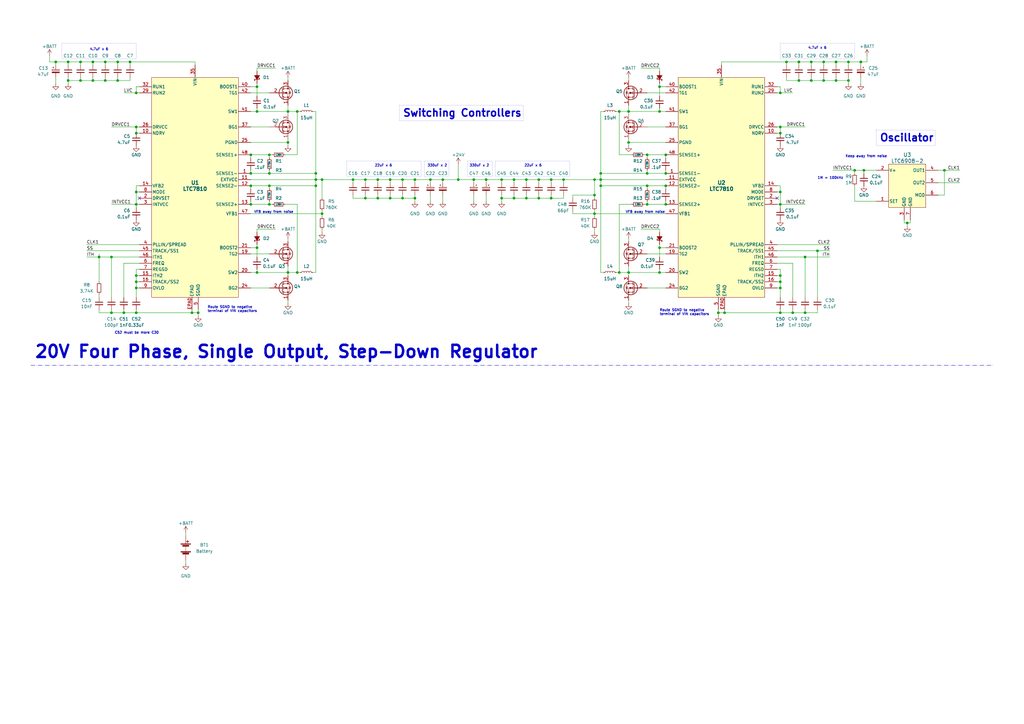
<source format=kicad_sch>
(kicad_sch (version 20230121) (generator eeschema)
  (paper "A3")
  (junction (at 273.05 76.2))
  (junction (at 265.43 63.5))
  (junction (at 102.87 83.82))
  (junction (at 27.94 33.02))
  (junction (at 265.43 76.2))
  (junction (at 246.38 71.12))
  (junction (at 38.1 25.4))
  (junction (at 48.26 33.02))
  (junction (at 257.81 111.76))
  (junction (at 220.98 81.28))
  (junction (at 105.41 101.6))
  (junction (at 55.88 52.07))
  (junction (at 144.78 73.66))
  (junction (at 270.51 45.72))
  (junction (at 43.18 25.4))
  (junction (at 105.41 35.56))
  (junction (at 246.38 76.2))
  (junction (at 81.28 128.27))
  (junction (at 387.35 69.85))
  (junction (at 231.14 73.66))
  (junction (at 270.51 111.76))
  (junction (at 129.54 76.2))
  (junction (at 105.41 45.72))
  (junction (at 325.12 128.27))
  (junction (at 273.05 83.82))
  (junction (at 121.92 111.76))
  (junction (at 322.58 25.4))
  (junction (at 246.38 73.66))
  (junction (at 257.81 45.72))
  (junction (at 160.02 73.66))
  (junction (at 55.88 115.57))
  (junction (at 181.61 73.66))
  (junction (at 265.43 71.12))
  (junction (at 273.05 63.5))
  (junction (at 210.82 81.28))
  (junction (at 118.11 58.42))
  (junction (at 210.82 73.66))
  (junction (at 129.54 71.12))
  (junction (at 332.74 25.4))
  (junction (at 199.39 73.66))
  (junction (at 43.18 33.02))
  (junction (at 154.94 81.28))
  (junction (at 102.87 63.5))
  (junction (at 45.72 105.41))
  (junction (at 33.02 25.4))
  (junction (at 110.49 76.2))
  (junction (at 320.04 52.07))
  (junction (at 194.31 73.66))
  (junction (at 243.84 80.01))
  (junction (at 205.74 81.28))
  (junction (at 165.1 81.28))
  (junction (at 342.9 33.02))
  (junction (at 50.8 128.27))
  (junction (at 165.1 73.66))
  (junction (at 350.52 69.85))
  (junction (at 176.53 73.66))
  (junction (at 55.88 78.74))
  (junction (at 22.86 25.4))
  (junction (at 226.06 81.28))
  (junction (at 132.08 87.63))
  (junction (at 48.26 25.4))
  (junction (at 55.88 128.27))
  (junction (at 154.94 73.66))
  (junction (at 110.49 63.5))
  (junction (at 55.88 38.1))
  (junction (at 132.08 73.66))
  (junction (at 335.28 102.87))
  (junction (at 320.04 128.27))
  (junction (at 254 111.76))
  (junction (at 337.82 25.4))
  (junction (at 327.66 33.02))
  (junction (at 327.66 25.4))
  (junction (at 160.02 81.28))
  (junction (at 226.06 73.66))
  (junction (at 265.43 83.82))
  (junction (at 205.74 73.66))
  (junction (at 110.49 83.82))
  (junction (at 320.04 54.61))
  (junction (at 332.74 33.02))
  (junction (at 53.34 25.4))
  (junction (at 129.54 73.66))
  (junction (at 149.86 73.66))
  (junction (at 337.82 33.02))
  (junction (at 215.9 73.66))
  (junction (at 149.86 81.28))
  (junction (at 110.49 71.12))
  (junction (at 102.87 76.2))
  (junction (at 320.04 118.11))
  (junction (at 294.64 128.27))
  (junction (at 320.04 115.57))
  (junction (at 330.2 128.27))
  (junction (at 270.51 35.56))
  (junction (at 55.88 113.03))
  (junction (at 215.9 81.28))
  (junction (at 243.84 73.66))
  (junction (at 372.11 91.44))
  (junction (at 273.05 71.12))
  (junction (at 118.11 45.72))
  (junction (at 220.98 73.66))
  (junction (at 347.98 33.02))
  (junction (at 27.94 25.4))
  (junction (at 320.04 38.1))
  (junction (at 55.88 83.82))
  (junction (at 105.41 111.76))
  (junction (at 40.64 105.41))
  (junction (at 121.92 45.72))
  (junction (at 38.1 33.02))
  (junction (at 170.18 81.28))
  (junction (at 320.04 78.74))
  (junction (at 102.87 71.12))
  (junction (at 347.98 25.4))
  (junction (at 270.51 101.6))
  (junction (at 170.18 73.66))
  (junction (at 257.81 58.42))
  (junction (at 330.2 105.41))
  (junction (at 55.88 118.11))
  (junction (at 342.9 25.4))
  (junction (at 254 45.72))
  (junction (at 320.04 113.03))
  (junction (at 118.11 111.76))
  (junction (at 45.72 128.27))
  (junction (at 353.06 25.4))
  (junction (at 78.74 128.27))
  (junction (at 297.18 128.27))
  (junction (at 187.96 73.66))
  (junction (at 55.88 54.61))
  (junction (at 33.02 33.02))
  (junction (at 320.04 83.82))
  (junction (at 243.84 87.63))
  (junction (at 354.33 69.85))
  (no_connect (at 318.77 81.28))
  (no_connect (at 57.15 81.28))
  (wire (pts (xy 234.95 81.28) (xy 234.95 80.01)))
  (wire (pts (xy 57.15 107.95) (xy 50.8 107.95)))
  (wire (pts (xy 270.51 45.72) (xy 270.51 44.45)))
  (wire (pts (xy 318.77 105.41) (xy 330.2 105.41)))
  (wire (pts (xy 50.8 127) (xy 50.8 128.27)))
  (wire (pts (xy 297.18 128.27) (xy 294.64 128.27)))
  (wire (pts (xy 270.51 110.49) (xy 270.51 111.76)))
  (wire (pts (xy 215.9 73.66) (xy 210.82 73.66)))
  (wire (pts (xy 102.87 58.42) (xy 118.11 58.42)))
  (wire (pts (xy 53.34 33.02) (xy 53.34 31.75)))
  (wire (pts (xy 295.91 25.4) (xy 322.58 25.4)))
  (wire (pts (xy 199.39 73.66) (xy 194.31 73.66)))
  (wire (pts (xy 270.51 35.56) (xy 270.51 34.29)))
  (wire (pts (xy 210.82 80.01) (xy 210.82 81.28)))
  (wire (pts (xy 102.87 83.82) (xy 102.87 82.55)))
  (wire (pts (xy 35.56 102.87) (xy 57.15 102.87)))
  (wire (pts (xy 27.94 31.75) (xy 27.94 33.02)))
  (wire (pts (xy 76.2 218.44) (xy 76.2 219.71)))
  (wire (pts (xy 105.41 45.72) (xy 105.41 44.45)))
  (wire (pts (xy 176.53 73.66) (xy 176.53 74.93)))
  (wire (pts (xy 57.15 54.61) (xy 55.88 54.61)))
  (wire (pts (xy 243.84 93.98) (xy 243.84 95.25)))
  (wire (pts (xy 53.34 25.4) (xy 80.01 25.4)))
  (wire (pts (xy 332.74 25.4) (xy 327.66 25.4)))
  (wire (pts (xy 327.66 25.4) (xy 322.58 25.4)))
  (wire (pts (xy 273.05 35.56) (xy 270.51 35.56)))
  (wire (pts (xy 257.81 45.72) (xy 254 45.72)))
  (wire (pts (xy 170.18 81.28) (xy 165.1 81.28)))
  (wire (pts (xy 246.38 45.72) (xy 246.38 71.12)))
  (wire (pts (xy 337.82 25.4) (xy 332.74 25.4)))
  (wire (pts (xy 257.81 109.22) (xy 257.81 111.76)))
  (wire (pts (xy 318.77 78.74) (xy 320.04 78.74)))
  (wire (pts (xy 215.9 73.66) (xy 215.9 74.93)))
  (wire (pts (xy 257.81 31.75) (xy 257.81 33.02)))
  (wire (pts (xy 273.05 101.6) (xy 270.51 101.6)))
  (wire (pts (xy 132.08 73.66) (xy 144.78 73.66)))
  (wire (pts (xy 372.11 91.44) (xy 373.38 91.44)))
  (wire (pts (xy 144.78 73.66) (xy 144.78 74.93)))
  (wire (pts (xy 118.11 109.22) (xy 118.11 111.76)))
  (wire (pts (xy 340.36 102.87) (xy 335.28 102.87)))
  (wire (pts (xy 105.41 110.49) (xy 105.41 111.76)))
  (wire (pts (xy 226.06 73.66) (xy 226.06 74.93)))
  (wire (pts (xy 205.74 74.93) (xy 205.74 73.66)))
  (wire (pts (xy 273.05 76.2) (xy 273.05 77.47)))
  (wire (pts (xy 220.98 81.28) (xy 226.06 81.28)))
  (wire (pts (xy 154.94 73.66) (xy 160.02 73.66)))
  (wire (pts (xy 181.61 74.93) (xy 181.61 73.66)))
  (wire (pts (xy 40.64 128.27) (xy 45.72 128.27)))
  (wire (pts (xy 353.06 26.67) (xy 353.06 25.4)))
  (wire (pts (xy 22.86 25.4) (xy 27.94 25.4)))
  (wire (pts (xy 102.87 76.2) (xy 102.87 77.47)))
  (wire (pts (xy 105.41 35.56) (xy 105.41 39.37)))
  (wire (pts (xy 48.26 25.4) (xy 48.26 26.67)))
  (wire (pts (xy 55.88 128.27) (xy 55.88 127)))
  (wire (pts (xy 220.98 80.01) (xy 220.98 81.28)))
  (wire (pts (xy 176.53 73.66) (xy 181.61 73.66)))
  (wire (pts (xy 110.49 83.82) (xy 111.76 83.82)))
  (wire (pts (xy 384.81 74.93) (xy 393.7 74.93)))
  (wire (pts (xy 194.31 80.01) (xy 194.31 82.55)))
  (wire (pts (xy 38.1 25.4) (xy 38.1 26.67)))
  (wire (pts (xy 273.05 71.12) (xy 273.05 69.85)))
  (wire (pts (xy 181.61 80.01) (xy 181.61 82.55)))
  (wire (pts (xy 320.04 38.1) (xy 325.12 38.1)))
  (wire (pts (xy 347.98 33.02) (xy 342.9 33.02)))
  (wire (pts (xy 102.87 104.14) (xy 110.49 104.14)))
  (wire (pts (xy 342.9 26.67) (xy 342.9 25.4)))
  (wire (pts (xy 55.88 113.03) (xy 57.15 113.03)))
  (wire (pts (xy 55.88 118.11) (xy 57.15 118.11)))
  (wire (pts (xy 121.92 63.5) (xy 121.92 45.72)))
  (wire (pts (xy 20.32 22.86) (xy 20.32 25.4)))
  (wire (pts (xy 265.43 63.5) (xy 273.05 63.5)))
  (wire (pts (xy 102.87 83.82) (xy 110.49 83.82)))
  (wire (pts (xy 45.72 105.41) (xy 57.15 105.41)))
  (wire (pts (xy 132.08 73.66) (xy 129.54 73.66)))
  (wire (pts (xy 40.64 120.65) (xy 40.64 121.92)))
  (wire (pts (xy 257.81 111.76) (xy 254 111.76)))
  (wire (pts (xy 215.9 81.28) (xy 220.98 81.28)))
  (wire (pts (xy 110.49 69.85) (xy 110.49 71.12)))
  (wire (pts (xy 270.51 111.76) (xy 257.81 111.76)))
  (wire (pts (xy 129.54 45.72) (xy 129.54 71.12)))
  (wire (pts (xy 247.65 111.76) (xy 246.38 111.76)))
  (wire (pts (xy 129.54 71.12) (xy 129.54 73.66)))
  (wire (pts (xy 384.81 69.85) (xy 387.35 69.85)))
  (wire (pts (xy 102.87 111.76) (xy 105.41 111.76)))
  (wire (pts (xy 45.72 83.82) (xy 55.88 83.82)))
  (wire (pts (xy 297.18 127) (xy 297.18 128.27)))
  (wire (pts (xy 27.94 26.67) (xy 27.94 25.4)))
  (wire (pts (xy 320.04 110.49) (xy 318.77 110.49)))
  (wire (pts (xy 273.05 52.07) (xy 265.43 52.07)))
  (wire (pts (xy 118.11 58.42) (xy 118.11 59.69)))
  (wire (pts (xy 128.27 111.76) (xy 129.54 111.76)))
  (wire (pts (xy 234.95 87.63) (xy 234.95 86.36)))
  (wire (pts (xy 320.04 85.09) (xy 320.04 83.82)))
  (wire (pts (xy 226.06 73.66) (xy 220.98 73.66)))
  (wire (pts (xy 110.49 82.55) (xy 110.49 83.82)))
  (wire (pts (xy 210.82 73.66) (xy 205.74 73.66)))
  (wire (pts (xy 350.52 82.55) (xy 350.52 76.2)))
  (wire (pts (xy 270.51 45.72) (xy 257.81 45.72)))
  (wire (pts (xy 105.41 101.6) (xy 105.41 100.33)))
  (wire (pts (xy 246.38 73.66) (xy 273.05 73.66)))
  (wire (pts (xy 102.87 87.63) (xy 132.08 87.63)))
  (wire (pts (xy 43.18 25.4) (xy 48.26 25.4)))
  (wire (pts (xy 332.74 31.75) (xy 332.74 33.02)))
  (wire (pts (xy 320.04 76.2) (xy 320.04 78.74)))
  (wire (pts (xy 129.54 45.72) (xy 128.27 45.72)))
  (wire (pts (xy 320.04 115.57) (xy 320.04 113.03)))
  (wire (pts (xy 264.16 83.82) (xy 265.43 83.82)))
  (wire (pts (xy 273.05 38.1) (xy 265.43 38.1)))
  (wire (pts (xy 246.38 73.66) (xy 246.38 76.2)))
  (wire (pts (xy 226.06 81.28) (xy 231.14 81.28)))
  (wire (pts (xy 35.56 100.33) (xy 57.15 100.33)))
  (wire (pts (xy 270.51 35.56) (xy 270.51 39.37)))
  (wire (pts (xy 322.58 25.4) (xy 322.58 26.67)))
  (wire (pts (xy 149.86 73.66) (xy 149.86 74.93)))
  (wire (pts (xy 257.81 57.15) (xy 257.81 58.42)))
  (wire (pts (xy 118.11 57.15) (xy 118.11 58.42)))
  (wire (pts (xy 187.96 67.31) (xy 187.96 73.66)))
  (wire (pts (xy 55.88 54.61) (xy 55.88 52.07)))
  (wire (pts (xy 335.28 127) (xy 335.28 128.27)))
  (wire (pts (xy 205.74 81.28) (xy 205.74 82.55)))
  (wire (pts (xy 265.43 83.82) (xy 273.05 83.82)))
  (wire (pts (xy 270.51 101.6) (xy 270.51 105.41)))
  (wire (pts (xy 57.15 78.74) (xy 55.88 78.74)))
  (wire (pts (xy 234.95 87.63) (xy 243.84 87.63)))
  (wire (pts (xy 102.87 101.6) (xy 105.41 101.6)))
  (wire (pts (xy 327.66 31.75) (xy 327.66 33.02)))
  (wire (pts (xy 341.63 69.85) (xy 350.52 69.85)))
  (wire (pts (xy 105.41 111.76) (xy 118.11 111.76)))
  (wire (pts (xy 102.87 38.1) (xy 110.49 38.1)))
  (wire (pts (xy 320.04 128.27) (xy 325.12 128.27)))
  (wire (pts (xy 262.89 93.98) (xy 270.51 93.98)))
  (wire (pts (xy 254 111.76) (xy 252.73 111.76)))
  (wire (pts (xy 320.04 113.03) (xy 320.04 110.49)))
  (wire (pts (xy 295.91 26.67) (xy 295.91 25.4)))
  (wire (pts (xy 257.81 43.18) (xy 257.81 45.72)))
  (wire (pts (xy 254 45.72) (xy 252.73 45.72)))
  (wire (pts (xy 33.02 25.4) (xy 38.1 25.4)))
  (wire (pts (xy 105.41 35.56) (xy 105.41 34.29)))
  (wire (pts (xy 205.74 80.01) (xy 205.74 81.28)))
  (wire (pts (xy 210.82 73.66) (xy 210.82 74.93)))
  (wire (pts (xy 257.81 58.42) (xy 257.81 59.69)))
  (wire (pts (xy 102.87 76.2) (xy 110.49 76.2)))
  (wire (pts (xy 359.41 82.55) (xy 350.52 82.55)))
  (wire (pts (xy 154.94 73.66) (xy 154.94 74.93)))
  (wire (pts (xy 53.34 25.4) (xy 53.34 26.67)))
  (wire (pts (xy 55.88 115.57) (xy 57.15 115.57)))
  (wire (pts (xy 318.77 38.1) (xy 320.04 38.1)))
  (wire (pts (xy 110.49 71.12) (xy 102.87 71.12)))
  (wire (pts (xy 102.87 118.11) (xy 110.49 118.11)))
  (wire (pts (xy 38.1 25.4) (xy 43.18 25.4)))
  (wire (pts (xy 121.92 111.76) (xy 123.19 111.76)))
  (wire (pts (xy 325.12 127) (xy 325.12 128.27)))
  (wire (pts (xy 149.86 81.28) (xy 144.78 81.28)))
  (wire (pts (xy 355.6 22.86) (xy 355.6 25.4)))
  (wire (pts (xy 170.18 80.01) (xy 170.18 81.28)))
  (wire (pts (xy 320.04 35.56) (xy 318.77 35.56)))
  (wire (pts (xy 40.64 104.14) (xy 40.64 105.41)))
  (wire (pts (xy 354.33 69.85) (xy 359.41 69.85)))
  (wire (pts (xy 372.11 92.71) (xy 372.11 91.44)))
  (wire (pts (xy 105.41 29.21) (xy 105.41 27.94)))
  (wire (pts (xy 55.88 121.92) (xy 55.88 118.11)))
  (wire (pts (xy 353.06 31.75) (xy 353.06 34.29)))
  (wire (pts (xy 270.51 101.6) (xy 270.51 100.33)))
  (wire (pts (xy 330.2 121.92) (xy 330.2 105.41)))
  (wire (pts (xy 335.28 128.27) (xy 330.2 128.27)))
  (wire (pts (xy 132.08 87.63) (xy 132.08 88.9)))
  (wire (pts (xy 38.1 33.02) (xy 43.18 33.02)))
  (wire (pts (xy 273.05 111.76) (xy 270.51 111.76)))
  (wire (pts (xy 373.38 90.17) (xy 373.38 91.44)))
  (wire (pts (xy 40.64 105.41) (xy 40.64 115.57)))
  (wire (pts (xy 118.11 123.19) (xy 118.11 124.46)))
  (wire (pts (xy 215.9 80.01) (xy 215.9 81.28)))
  (wire (pts (xy 353.06 25.4) (xy 347.98 25.4)))
  (wire (pts (xy 220.98 73.66) (xy 215.9 73.66)))
  (wire (pts (xy 318.77 76.2) (xy 320.04 76.2)))
  (wire (pts (xy 259.08 63.5) (xy 254 63.5)))
  (wire (pts (xy 181.61 73.66) (xy 187.96 73.66)))
  (wire (pts (xy 55.88 85.09) (xy 55.88 83.82)))
  (wire (pts (xy 332.74 25.4) (xy 332.74 26.67)))
  (wire (pts (xy 33.02 33.02) (xy 38.1 33.02)))
  (wire (pts (xy 354.33 69.85) (xy 354.33 71.12)))
  (wire (pts (xy 165.1 81.28) (xy 160.02 81.28)))
  (wire (pts (xy 254 45.72) (xy 254 63.5)))
  (wire (pts (xy 187.96 73.66) (xy 194.31 73.66)))
  (wire (pts (xy 76.2 229.87) (xy 76.2 231.14)))
  (wire (pts (xy 50.8 38.1) (xy 55.88 38.1)))
  (wire (pts (xy 118.11 43.18) (xy 118.11 45.72)))
  (wire (pts (xy 43.18 31.75) (xy 43.18 33.02)))
  (wire (pts (xy 176.53 80.01) (xy 176.53 82.55)))
  (wire (pts (xy 370.84 90.17) (xy 370.84 91.44)))
  (wire (pts (xy 335.28 102.87) (xy 335.28 121.92)))
  (wire (pts (xy 337.82 31.75) (xy 337.82 33.02)))
  (wire (pts (xy 265.43 71.12) (xy 273.05 71.12)))
  (wire (pts (xy 43.18 33.02) (xy 48.26 33.02)))
  (wire (pts (xy 45.72 52.07) (xy 55.88 52.07)))
  (wire (pts (xy 35.56 105.41) (xy 40.64 105.41)))
  (wire (pts (xy 353.06 25.4) (xy 355.6 25.4)))
  (wire (pts (xy 194.31 74.93) (xy 194.31 73.66)))
  (wire (pts (xy 330.2 83.82) (xy 320.04 83.82)))
  (wire (pts (xy 350.52 71.12) (xy 350.52 69.85)))
  (wire (pts (xy 27.94 33.02) (xy 27.94 34.29)))
  (wire (pts (xy 210.82 81.28) (xy 215.9 81.28)))
  (wire (pts (xy 105.41 27.94) (xy 113.03 27.94)))
  (wire (pts (xy 165.1 80.01) (xy 165.1 81.28)))
  (wire (pts (xy 270.51 29.21) (xy 270.51 27.94)))
  (wire (pts (xy 55.88 110.49) (xy 57.15 110.49)))
  (wire (pts (xy 320.04 115.57) (xy 318.77 115.57)))
  (wire (pts (xy 370.84 91.44) (xy 372.11 91.44)))
  (wire (pts (xy 325.12 107.95) (xy 325.12 121.92)))
  (wire (pts (xy 318.77 102.87) (xy 335.28 102.87)))
  (wire (pts (xy 246.38 45.72) (xy 247.65 45.72)))
  (wire (pts (xy 50.8 128.27) (xy 55.88 128.27)))
  (wire (pts (xy 226.06 80.01) (xy 226.06 81.28)))
  (wire (pts (xy 132.08 81.28) (xy 132.08 73.66)))
  (wire (pts (xy 273.05 118.11) (xy 265.43 118.11)))
  (wire (pts (xy 340.36 105.41) (xy 330.2 105.41)))
  (wire (pts (xy 116.84 63.5) (xy 121.92 63.5)))
  (wire (pts (xy 165.1 73.66) (xy 165.1 74.93)))
  (wire (pts (xy 243.84 86.36) (xy 243.84 87.63)))
  (wire (pts (xy 55.88 115.57) (xy 55.88 113.03)))
  (wire (pts (xy 350.52 69.85) (xy 354.33 69.85)))
  (wire (pts (xy 132.08 86.36) (xy 132.08 87.63)))
  (wire (pts (xy 102.87 35.56) (xy 105.41 35.56)))
  (wire (pts (xy 199.39 80.01) (xy 199.39 82.55)))
  (wire (pts (xy 118.11 46.99) (xy 118.11 45.72)))
  (wire (pts (xy 273.05 104.14) (xy 265.43 104.14)))
  (wire (pts (xy 45.72 128.27) (xy 50.8 128.27)))
  (wire (pts (xy 387.35 69.85) (xy 387.35 80.01)))
  (wire (pts (xy 318.77 54.61) (xy 320.04 54.61)))
  (wire (pts (xy 243.84 87.63) (xy 273.05 87.63)))
  (wire (pts (xy 320.04 83.82) (xy 318.77 83.82)))
  (wire (pts (xy 231.14 81.28) (xy 231.14 80.01)))
  (wire (pts (xy 320.04 118.11) (xy 320.04 115.57)))
  (wire (pts (xy 40.64 127) (xy 40.64 128.27)))
  (wire (pts (xy 337.82 25.4) (xy 337.82 26.67)))
  (wire (pts (xy 273.05 58.42) (xy 257.81 58.42)))
  (wire (pts (xy 149.86 80.01) (xy 149.86 81.28)))
  (wire (pts (xy 33.02 31.75) (xy 33.02 33.02)))
  (wire (pts (xy 327.66 33.02) (xy 322.58 33.02)))
  (wire (pts (xy 154.94 81.28) (xy 149.86 81.28)))
  (wire (pts (xy 265.43 63.5) (xy 264.16 63.5)))
  (wire (pts (xy 45.72 128.27) (xy 45.72 127)))
  (wire (pts (xy 102.87 63.5) (xy 102.87 64.77)))
  (wire (pts (xy 265.43 83.82) (xy 265.43 82.55)))
  (wire (pts (xy 154.94 80.01) (xy 154.94 81.28)))
  (wire (pts (xy 320.04 121.92) (xy 320.04 118.11)))
  (wire (pts (xy 105.41 45.72) (xy 118.11 45.72)))
  (wire (pts (xy 105.41 93.98) (xy 105.41 95.25)))
  (polyline (pts (xy 12.7 149.86) (xy 407.67 149.86)) (stroke (width 0) (type dash_dot)))
  (wire (pts (xy 347.98 33.02) (xy 347.98 34.29)))
  (wire (pts (xy 257.81 97.79) (xy 257.81 99.06)))
  (wire (pts (xy 57.15 38.1) (xy 55.88 38.1)))
  (wire (pts (xy 48.26 31.75) (xy 48.26 33.02)))
  (wire (pts (xy 231.14 73.66) (xy 231.14 74.93)))
  (wire (pts (xy 111.76 63.5) (xy 110.49 63.5)))
  (wire (pts (xy 81.28 128.27) (xy 81.28 129.54)))
  (wire (pts (xy 325.12 128.27) (xy 330.2 128.27)))
  (wire (pts (xy 129.54 73.66) (xy 129.54 76.2)))
  (wire (pts (xy 342.9 31.75) (xy 342.9 33.02)))
  (wire (pts (xy 220.98 73.66) (xy 220.98 74.93)))
  (wire (pts (xy 48.26 25.4) (xy 53.34 25.4)))
  (wire (pts (xy 160.02 73.66) (xy 165.1 73.66)))
  (wire (pts (xy 294.64 128.27) (xy 294.64 129.54)))
  (wire (pts (xy 22.86 25.4) (xy 20.32 25.4)))
  (wire (pts (xy 121.92 83.82) (xy 116.84 83.82)))
  (wire (pts (xy 387.35 69.85) (xy 393.7 69.85)))
  (wire (pts (xy 265.43 77.47) (xy 265.43 76.2)))
  (wire (pts (xy 327.66 25.4) (xy 327.66 26.67)))
  (wire (pts (xy 294.64 127) (xy 294.64 128.27)))
  (wire (pts (xy 129.54 76.2) (xy 129.54 111.76)))
  (wire (pts (xy 55.88 83.82) (xy 57.15 83.82)))
  (wire (pts (xy 160.02 81.28) (xy 154.94 81.28)))
  (wire (pts (xy 270.51 27.94) (xy 262.89 27.94)))
  (wire (pts (xy 55.88 38.1) (xy 55.88 35.56)))
  (wire (pts (xy 246.38 71.12) (xy 265.43 71.12)))
  (wire (pts (xy 55.88 113.03) (xy 55.88 110.49)))
  (wire (pts (xy 55.88 78.74) (xy 55.88 83.82)))
  (wire (pts (xy 38.1 31.75) (xy 38.1 33.02)))
  (wire (pts (xy 320.04 128.27) (xy 320.04 127)))
  (wire (pts (xy 257.81 123.19) (xy 257.81 124.46)))
  (wire (pts (xy 118.11 45.72) (xy 121.92 45.72)))
  (wire (pts (xy 110.49 63.5) (xy 110.49 64.77)))
  (wire (pts (xy 102.87 71.12) (xy 102.87 69.85)))
  (wire (pts (xy 80.01 26.67) (xy 80.01 25.4)))
  (wire (pts (xy 102.87 63.5) (xy 110.49 63.5)))
  (wire (pts (xy 78.74 128.27) (xy 55.88 128.27)))
  (wire (pts (xy 149.86 73.66) (xy 154.94 73.66)))
  (wire (pts (xy 144.78 73.66) (xy 149.86 73.66)))
  (wire (pts (xy 243.84 81.28) (xy 243.84 80.01)))
  (wire (pts (xy 332.74 33.02) (xy 327.66 33.02)))
  (wire (pts (xy 342.9 33.02) (xy 337.82 33.02)))
  (wire (pts (xy 254 83.82) (xy 254 111.76)))
  (wire (pts (xy 170.18 73.66) (xy 176.53 73.66)))
  (wire (pts (xy 243.84 73.66) (xy 246.38 73.66)))
  (wire (pts (xy 265.43 76.2) (xy 273.05 76.2)))
  (wire (pts (xy 347.98 31.75) (xy 347.98 33.02)))
  (wire (pts (xy 40.64 105.41) (xy 45.72 105.41)))
  (wire (pts (xy 144.78 81.28) (xy 144.78 80.01)))
  (wire (pts (xy 170.18 74.93) (xy 170.18 73.66)))
  (wire (pts (xy 78.74 127) (xy 78.74 128.27)))
  (wire (pts (xy 347.98 26.67) (xy 347.98 25.4)))
  (wire (pts (xy 110.49 71.12) (xy 129.54 71.12)))
  (wire (pts (xy 320.04 118.11) (xy 318.77 118.11)))
  (wire (pts (xy 81.28 127) (xy 81.28 128.27)))
  (wire (pts (xy 50.8 107.95) (xy 50.8 121.92)))
  (wire (pts (xy 199.39 73.66) (xy 199.39 74.93)))
  (wire (pts (xy 322.58 33.02) (xy 322.58 31.75)))
  (wire (pts (xy 121.92 45.72) (xy 123.19 45.72)))
  (wire (pts (xy 273.05 45.72) (xy 270.51 45.72)))
  (wire (pts (xy 118.11 31.75) (xy 118.11 33.02)))
  (wire (pts (xy 273.05 83.82) (xy 273.05 82.55)))
  (wire (pts (xy 330.2 128.27) (xy 330.2 127)))
  (wire (pts (xy 33.02 26.67) (xy 33.02 25.4)))
  (wire (pts (xy 27.94 25.4) (xy 33.02 25.4)))
  (wire (pts (xy 118.11 97.79) (xy 118.11 99.06)))
  (wire (pts (xy 320.04 52.07) (xy 318.77 52.07)))
  (wire (pts (xy 273.05 63.5) (xy 273.05 64.77)))
  (wire (pts (xy 160.02 73.66) (xy 160.02 74.93)))
  (wire (pts (xy 231.14 73.66) (xy 226.06 73.66)))
  (wire (pts (xy 48.26 33.02) (xy 53.34 33.02)))
  (wire (pts (xy 132.08 93.98) (xy 132.08 95.25)))
  (wire (pts (xy 55.88 35.56) (xy 57.15 35.56)))
  (wire (pts (xy 320.04 113.03) (xy 318.77 113.03)))
  (wire (pts (xy 330.2 52.07) (xy 320.04 52.07)))
  (wire (pts (xy 118.11 111.76) (xy 121.92 111.76)))
  (wire (pts (xy 170.18 81.28) (xy 170.18 82.55)))
  (wire (pts (xy 129.54 73.66) (xy 102.87 73.66)))
  (wire (pts (xy 257.81 111.76) (xy 257.81 113.03)))
  (wire (pts (xy 254 83.82) (xy 259.08 83.82)))
  (wire (pts (xy 318.77 107.95) (xy 325.12 107.95)))
  (wire (pts (xy 243.84 87.63) (xy 243.84 88.9)))
  (wire (pts (xy 45.72 121.92) (xy 45.72 105.41)))
  (wire (pts (xy 265.43 64.77) (xy 265.43 63.5)))
  (wire (pts (xy 265.43 76.2) (xy 246.38 76.2)))
  (wire (pts (xy 55.88 76.2) (xy 55.88 78.74)))
  (wire (pts (xy 55.88 118.11) (xy 55.88 115.57)))
  (wire (pts (xy 205.74 73.66) (xy 199.39 73.66)))
  (wire (pts (xy 257.81 46.99) (xy 257.81 45.72)))
  (wire (pts (xy 297.18 128.27) (xy 320.04 128.27)))
  (wire (pts (xy 102.87 45.72) (xy 105.41 45.72)))
  (wire (pts (xy 160.02 80.01) (xy 160.02 81.28)))
  (wire (pts (xy 246.38 71.12) (xy 246.38 73.66)))
  (wire (pts (xy 110.49 76.2) (xy 129.54 76.2)))
  (wire (pts (xy 118.11 111.76) (xy 118.11 113.03)))
  (wire (pts (xy 102.87 52.07) (xy 110.49 52.07)))
  (wire (pts (xy 27.94 33.02) (xy 33.02 33.02)))
  (wire (pts (xy 320.04 54.61) (xy 320.04 52.07)))
  (wire (pts (xy 78.74 128.27) (xy 81.28 128.27)))
  (wire (pts (xy 105.41 101.6) (xy 105.41 105.41)))
  (wire (pts (xy 57.15 76.2) (xy 55.88 76.2)))
  (wire (pts (xy 246.38 76.2) (xy 246.38 111.76)))
  (wire (pts (xy 55.88 52.07) (xy 57.15 52.07)))
  (wire (pts (xy 43.18 25.4) (xy 43.18 26.67)))
  (wire (pts (xy 320.04 38.1) (xy 320.04 35.56)))
  (wire (pts (xy 110.49 77.47) (xy 110.49 76.2)))
  (wire (pts (xy 265.43 71.12) (xy 265.43 69.85)))
  (wire (pts (xy 384.81 80.01) (xy 387.35 80.01)))
  (wire (pts (xy 243.84 80.01) (xy 243.84 73.66)))
  (wire (pts (xy 320.04 78.74) (xy 320.04 83.82)))
  (wire (pts (xy 270.51 93.98) (xy 270.51 95.25)))
  (wire (pts (xy 22.86 26.67) (xy 22.86 25.4)))
  (wire (pts (xy 121.92 111.76) (xy 121.92 83.82)))
  (wire (pts (xy 231.14 73.66) (xy 243.84 73.66)))
  (wire (pts (xy 337.82 33.02) (xy 332.74 33.02)))
  (wire (pts (xy 347.98 25.4) (xy 342.9 25.4)))
  (wire (pts (xy 165.1 73.66) (xy 170.18 73.66)))
  (wire (pts (xy 234.95 80.01) (xy 243.84 80.01)))
  (wire (pts (xy 22.86 31.75) (xy 22.86 34.29)))
  (wire (pts (xy 340.36 100.33) (xy 318.77 100.33)))
  (wire (pts (xy 113.03 93.98) (xy 105.41 93.98)))
  (wire (pts (xy 205.74 81.28) (xy 210.82 81.28)))
  (wire (pts (xy 342.9 25.4) (xy 337.82 25.4)))
  (rectangle (start 203.2 72.39) (end 233.68 66.04) (stroke (width 0) (type dot)))
  (rectangle (start 191.77 72.39) (end 201.93 66.04) (stroke (width 0) (type dot)))
  (rectangle (start 163.83 43.18) (end 214.63 49.53) (stroke (width 0) (type dot)))
  (rectangle (start 320.04 24.13) (end 350.52 17.78) (stroke (width 0) (type dot)))
  (rectangle (start 359.41 53.34) (end 383.54 59.69) (stroke (width 0) (type dot)))
  (rectangle (start 142.24 66.04) (end 172.72 72.39) (stroke (width 0) (type dot)))
  (rectangle (start 25.4 17.78) (end 55.88 24.13) (stroke (width 0) (type dot)))
  (rectangle (start 173.99 66.04) (end 184.15 72.39) (stroke (width 0) (type dot)))
  (text "VFB away from noise" (at 104.14 87.63 0) (effects (font (size 1 1) bold) (justify left bottom)))
  (text "Keep away from noise" (at 346.71 64.77 0) (effects (font (size 1 1) bold) (justify left bottom)))
  (text "22uF x 6" (at 222.25 68.58 0) (effects (font (size 1 1) (thickness 0.2) bold) (justify right bottom)))
  (text "4.7uF x 6" (at 40.64 20.32 0) (effects (font (size 1 1) (thickness 0.2) bold)))
  (text "22uF x 6" (at 153.67 68.58 0) (effects (font (size 1 1) (thickness 0.2) bold) (justify left bottom)))
  (text "Oscillator" (at 360.68 58.42 0) (effects (font (size 3 3) bold) (justify left bottom)))
  (text "330uF x 2" (at 200.66 68.58 0) (effects (font (size 1 1) (thickness 0.2) bold) (justify right bottom)))
  (text "Route SGND to negative \nterminal of VIN capacitors" (at 85.09 128.27 0) (effects (font (size 1 1) bold) (justify left bottom)))
  (text "330uF x 2" (at 175.26 68.58 0) (effects (font (size 1 1) (thickness 0.2) bold) (justify left bottom)))
  (text "4.7uF x 6" (at 339.09 20.32 0) (effects (font (size 1 1) (thickness 0.2) bold) (justify right bottom)))
  (text "20V Four Phase, Single Output, Step-Down Regulator" (at 13.97 147.32 0) (effects (font (size 5 5) (thickness 1) bold) (justify left bottom)))
  (text "VFB away from noise" (at 256.54 87.63 0) (effects (font (size 1 1) bold) (justify left bottom)))
  (text "Route SGND to negative \nterminal of VIN capacitors" (at 270.51 129.54 0) (effects (font (size 1 1) bold) (justify left bottom)))
  (text "1M = 100kHz" (at 335.28 73.66 0) (effects (font (size 1 1) bold) (justify left bottom)))
  (text "Switching Controllers" (at 165.1 48.26 0) (effects (font (size 3 3) bold) (justify left bottom)))
  (text "C52 must be more C30" (at 46.99 137.16 0) (effects (font (size 1 1) bold) (justify left bottom)))
  (label "DRVCC1" (at 113.03 27.94 180))
  (label "ITH" (at 340.36 105.41 180))
  (label "SS" (at 340.36 102.87 180))
  (label "LVC" (at 50.8 38.1 0))
  (label "CLK2" (at 340.36 100.33 180))
  (label "LVC" (at 325.12 38.1 180))
  (label "INTVCC2" (at 330.2 83.82 180))
  (label "DRVCC1" (at 45.72 52.07 0))
  (label "DRVCC1" (at 113.03 93.98 180))
  (label "CLK2" (at 393.7 74.93 180))
  (label "CLK1" (at 35.56 100.33 0))
  (label "ITH" (at 35.56 105.41 0))
  (label "SS" (at 35.56 102.87 0))
  (label "DRVCC1" (at 330.2 52.07 180))
  (label "DRVCC2" (at 262.89 27.94 0))
  (label "CLK1" (at 393.7 69.85 180))
  (label "INTVCC1" (at 341.63 69.85 0))
  (label "INTVCC1" (at 45.72 83.82 0))
  (label "DRVCC2" (at 262.89 93.98 0))
  (symbol (lib_id "power:GND") (at 205.74 82.55 0) (mirror y) (unit 1)
    (property "Reference" "#PWR030" (effects hide))
    (property "Value" "GND" (at 205.74 87.63 0))
  )
  (symbol (lib_id "power:GND") (at 243.84 95.25 0) (mirror y) (unit 1)
    (property "Reference" "#PWR029" (effects hide))
    (property "Value" "GND" (at 243.84 99.06 0))
  )
  (symbol (lib_id "Device:C_Small") (at 270.51 41.91 0) (mirror y) (unit 1)
    (property "Reference" "C36" (at 267.97 41.2813 0) (effects (justify left)))
    (property "Value" "0.1uF" (at 267.97 43.8213 0) (effects (justify left)))
  )
  (symbol (lib_id "BPP_Lib:LTC6908") (at 354.33 72.39 0) (unit 1)
    (property "Reference" "U3" (at 372.11 63.5 0) (effects (font (size 1.524 1.524))))
    (property "Value" "LTC6908-2" (at 372.11 66.04 0) (effects (font (size 1.524 1.524))))
    (property "Footprint" "BPP_Lib:LTC6908-DFN" (effects hide))
    (property "Datasheet" "LTC6908CDCB-1-TRPBF" (effects hide))
  )
  (symbol (lib_id "Device:R_Small") (at 114.3 63.5 270) (unit 1)
    (property "Reference" "R1" (at 114.3 66.04 90))
    (property "Value" "138K" (at 114.3 63.5 90) (effects (font (size 0.7 0.7))))
  )
  (symbol (lib_name "R_Small_1") (lib_id "Device:R_Small") (at 110.49 80.01 180) (unit 1)
    (property "Reference" "R4" (at 114.3 77.47 0))
    (property "Value" "278K" (at 110.49 80.01 90) (effects (font (size 0.7 0.7))))
  )
  (symbol (lib_id "Device:C_Small") (at 40.64 124.46 0) (unit 1)
    (property "Reference" "C15" (at 35.56 123.19 0))
    (property "Value" "10nF" (at 35.56 125.73 0))
  )
  (symbol (lib_id "Device:D_Schottky_Small_Filled") (at 270.51 31.75 270) (mirror x) (unit 1)
    (property "Reference" "D3" (at 266.7 31.75 90))
    (property "Value" "CMPD3003A" (effects hide))
    (property "Footprint" "Package_TO_SOT_SMD:SOT-23" (effects hide))
  )
  (symbol (lib_id "power:GND") (at 118.11 59.69 0) (unit 1)
    (property "Reference" "#PWR03" (effects hide))
    (property "Value" "GND" (effects hide))
  )
  (symbol (lib_id "Device:C_Polarized_Small") (at 22.86 29.21 0) (unit 1)
    (property "Reference" "C13" (at 17.78 27.94 0))
    (property "Value" "47uF" (at 17.78 30.48 0))
  )
  (symbol (lib_id "Device:C_Small") (at 342.9 29.21 0) (mirror y) (unit 1)
    (property "Reference" "C27" (at 342.9 22.86 0))
    (property "Value" "4.7uF" (effects hide))
  )
  (symbol (lib_id "power:+BATT") (at 257.81 31.75 0) (mirror y) (unit 1)
    (property "Reference" "#PWR025" (effects hide))
    (property "Value" "+BATT" (at 257.81 27.94 0))
  )
  (symbol (lib_id "Device:R_Small") (at 40.64 118.11 0) (unit 1)
    (property "Reference" "R8" (at 35.56 116.84 0))
    (property "Value" "3.74K" (at 35.56 119.38 0))
  )
  (symbol (lib_id "power:GND") (at 194.31 82.55 0) (mirror y) (unit 1)
    (property "Reference" "#PWR032" (effects hide))
    (property "Value" "GND" (at 194.31 87.63 0))
  )
  (symbol (lib_id "Device:C_Polarized_Small") (at 194.31 77.47 0) (mirror y) (unit 1)
    (property "Reference" "C47" (at 194.31 71.12 0))
    (property "Value" "330uF" (effects hide))
  )
  (symbol (lib_id "Device:R_Small") (at 243.84 83.82 0) (mirror y) (unit 1)
    (property "Reference" "R16" (at 240.03 82.55 0))
    (property "Value" "760K" (at 240.03 85.09 0))
  )
  (symbol (lib_id "Device:C_Small") (at 332.74 29.21 0) (mirror y) (unit 1)
    (property "Reference" "C29" (at 332.74 22.86 0))
    (property "Value" "4.7uF" (effects hide))
  )
  (symbol (lib_id "power:GND") (at 353.06 34.29 0) (mirror y) (unit 1)
    (property "Reference" "#PWR020" (effects hide))
    (property "Value" "GND" (at 353.06 39.37 0))
  )
  (symbol (lib_id "Device:C_Small") (at 160.02 77.47 0) (unit 1)
    (property "Reference" "C19" (at 160.02 71.12 0))
    (property "Value" "22uF" (effects hide))
  )
  (symbol (lib_id "power:GND") (at 81.28 129.54 0) (unit 1)
    (property "Reference" "#PWR013" (effects hide))
    (property "Value" "GND" (at 81.28 133.35 0))
  )
  (symbol (lib_id "Device:C_Small") (at 50.8 124.46 0) (mirror y) (unit 1)
    (property "Reference" "C51" (at 50.8 130.81 0))
    (property "Value" "1nF" (at 50.8 133.35 0))
  )
  (symbol (lib_id "Device:C_Small") (at 354.33 73.66 0) (unit 1)
    (property "Reference" "C24" (at 359.41 72.39 0))
    (property "Value" "0.1uF" (at 359.41 74.93 0))
  )
  (symbol (lib_id "Device:C_Small") (at 102.87 67.31 0) (unit 1)
    (property "Reference" "C2" (at 106.68 66.04 0))
    (property "Value" ".1uF" (at 106.68 68.58 0))
  )
  (symbol (lib_id "Device:C_Small") (at 320.04 57.15 0) (mirror y) (unit 1)
    (property "Reference" "C34" (at 323.85 55.88 0))
    (property "Value" "4.7uF" (at 325.12 58.42 0))
  )
  (symbol (lib_id "Device:Q_NMOS_SGD") (at 115.57 38.1 0) (unit 1)
    (property "Reference" "Q1" (at 121.92 37.465 0))
    (property "Value" "BSC520N15NS3" (effects hide))
    (property "Footprint" "BPP_Lib:Infineon 8-PowerTDFN" (effects hide))
  )
  (symbol (lib_id "power:GND") (at 55.88 90.17 0) (unit 1)
    (property "Reference" "#PWR09" (effects hide))
    (property "Value" "GND" (at 55.88 93.98 0))
  )
  (symbol (lib_id "power:GND") (at 354.33 76.2 0) (unit 1)
    (property "Reference" "#PWR018" (effects hide))
    (property "Value" "GND" (at 354.33 80.01 0))
  )
  (symbol (lib_id "power:GND") (at 320.04 90.17 0) (mirror y) (unit 1)
    (property "Reference" "#PWR023" (effects hide))
    (property "Value" "GND" (at 320.04 93.98 0))
  )
  (symbol (lib_id "Device:Q_NMOS_SGD") (at 115.57 52.07 0) (unit 1)
    (property "Reference" "Q2" (at 113.03 49.53 0))
    (property "Value" "BSC520N15NS3" (effects hide))
    (property "Footprint" "BPP_Lib:Infineon 8-PowerTDFN" (effects hide))
  )
  (symbol (lib_id "Device:C_Small") (at 154.94 77.47 0) (unit 1)
    (property "Reference" "C18" (at 154.94 71.12 0))
    (property "Value" "22uF" (effects hide))
  )
  (symbol (lib_id "Device:C_Small") (at 322.58 29.21 0) (mirror y) (unit 1)
    (property "Reference" "C33" (at 322.58 22.86 0))
    (property "Value" "4.7uF" (effects hide))
  )
  (symbol (lib_id "Device:R_Small") (at 350.52 73.66 0) (unit 1)
    (property "Reference" "R9" (at 346.71 72.39 0) (effects (justify left)))
    (property "Value" "1M" (at 346.71 74.93 0) (effects (justify left)))
  )
  (symbol (lib_id "power:GND") (at 132.08 95.25 0) (unit 1)
    (property "Reference" "#PWR07" (effects hide))
    (property "Value" "GND" (at 132.08 99.06 0))
  )
  (symbol (lib_id "power:GND") (at 176.53 82.55 0) (unit 1)
    (property "Reference" "#PWR015" (effects hide))
    (property "Value" "GND" (at 176.53 87.63 0))
  )
  (symbol (lib_id "power:GND") (at 118.11 124.46 0) (unit 1)
    (property "Reference" "#PWR06" (effects hide))
    (property "Value" "GND" (at 118.11 128.27 0))
  )
  (symbol (lib_id "power:GND") (at 22.86 34.29 0) (unit 1)
    (property "Reference" "#PWR011" (effects hide))
    (property "Value" "GND" (at 22.86 39.37 0))
  )
  (symbol (lib_id "power:GND") (at 294.64 129.54 0) (mirror y) (unit 1)
    (property "Reference" "#PWR024" (effects hide))
    (property "Value" "GND" (at 294.64 133.35 0))
  )
  (symbol (lib_id "Device:C_Small") (at 170.18 77.47 0) (unit 1)
    (property "Reference" "C21" (at 170.18 71.12 0))
    (property "Value" "22uF" (effects hide))
  )
  (symbol (lib_id "Device:L_Small") (at 125.73 45.72 90) (unit 1)
    (property "Reference" "L1" (at 125.73 43.18 90))
    (property "Value" "15uH" (at 125.73 48.26 90))
    (property "Footprint" "BPP_Lib:L_PQ2614B" (effects hide))
  )
  (symbol (lib_id "Device:C_Small") (at 330.2 124.46 0) (mirror y) (unit 1)
    (property "Reference" "C32" (at 330.2 130.81 0))
    (property "Value" "100pF" (at 330.2 133.35 0))
  )
  (symbol (lib_id "Device:C_Polarized_Small") (at 353.06 29.21 0) (mirror y) (unit 1)
    (property "Reference" "C25" (at 358.14 27.94 0))
    (property "Value" "47uF" (at 358.14 30.48 0))
  )
  (symbol (lib_id "power:GND") (at 55.88 59.69 0) (unit 1)
    (property "Reference" "#PWR08" (effects hide))
    (property "Value" "GND" (at 55.88 63.5 0))
  )
  (symbol (lib_id "Device:C_Small") (at 337.82 29.21 0) (mirror y) (unit 1)
    (property "Reference" "C28" (at 337.82 22.86 0))
    (property "Value" "4.7uF" (effects hide))
  )
  (symbol (lib_name "R_Small_1") (lib_id "Device:R_Small") (at 265.43 80.01 0) (mirror x) (unit 1)
    (property "Reference" "R15" (at 261.62 77.47 0))
    (property "Value" "278k" (at 265.43 80.01 90) (effects (font (size 0.7 0.7))))
  )
  (symbol (lib_id "Device:C_Small") (at 215.9 77.47 0) (mirror y) (unit 1)
    (property "Reference" "C43" (at 215.9 71.12 0))
    (property "Value" "22uF" (effects hide))
  )
  (symbol (lib_id "Device:C_Polarized_Small") (at 176.53 77.47 0) (unit 1)
    (property "Reference" "C22" (at 176.53 71.12 0))
    (property "Value" "330uF" (effects hide))
  )
  (symbol (lib_id "Device:C_Small") (at 231.14 77.47 0) (mirror y) (unit 1)
    (property "Reference" "C40" (at 231.14 71.12 0))
    (property "Value" "22uF" (effects hide))
  )
  (symbol (lib_id "Device:L_Small") (at 250.19 111.76 270) (mirror x) (unit 1)
    (property "Reference" "L4" (at 250.19 109.22 90))
    (property "Value" "15uH" (at 250.19 114.3 90))
    (property "Footprint" "BPP_Lib:L_PQ2614B" (effects hide))
  )
  (symbol (lib_id "Device:C_Small") (at 48.26 29.21 0) (unit 1)
    (property "Reference" "C8" (at 48.26 22.86 0))
    (property "Value" "4.7uF" (effects hide))
  )
  (symbol (lib_id "Device:C_Small") (at 205.74 77.47 0) (mirror y) (unit 1)
    (property "Reference" "C45" (at 205.74 71.12 0))
    (property "Value" "22uF" (effects hide))
  )
  (symbol (lib_id "Device:C_Small") (at 165.1 77.47 0) (unit 1)
    (property "Reference" "C20" (at 165.1 71.12 0))
    (property "Value" "22uF" (effects hide))
  )
  (symbol (lib_id "power:+BATT") (at 76.2 218.44 0) (unit 1)
    (property "Reference" "#PWR02" (effects hide))
    (property "Value" "+BATT" (at 76.2 214.63 0))
  )
  (symbol (lib_id "power:GND") (at 181.61 82.55 0) (unit 1)
    (property "Reference" "#PWR016" (effects hide))
    (property "Value" "GND" (at 181.61 87.63 0))
  )
  (symbol (lib_id "Device:C_Small") (at 105.41 107.95 0) (unit 1)
    (property "Reference" "C4" (at 109.22 106.68 0))
    (property "Value" "0.1uF" (at 110.49 109.22 0))
  )
  (symbol (lib_id "Device:C_Small") (at 38.1 29.21 0) (unit 1)
    (property "Reference" "C10" (at 38.1 22.86 0))
    (property "Value" "4.7uF" (effects hide))
  )
  (symbol (lib_id "Device:C_Small") (at 55.88 124.46 0) (mirror y) (unit 1)
    (property "Reference" "C52" (at 55.88 130.81 0))
    (property "Value" "0.33uF" (at 55.88 133.35 0))
  )
  (symbol (lib_id "Device:C_Small") (at 27.94 29.21 0) (unit 1)
    (property "Reference" "C12" (at 27.94 22.86 0))
    (property "Value" "4.7uF" (effects hide))
  )
  (symbol (lib_id "Device:C_Small") (at 320.04 87.63 0) (mirror y) (unit 1)
    (property "Reference" "C35" (at 323.85 86.36 0))
    (property "Value" "0.1uF" (at 325.12 88.9 0))
  )
  (symbol (lib_id "Device:Battery") (at 76.2 224.79 0) (unit 1)
    (property "Reference" "BT1" (at 83.82 223.52 0))
    (property "Value" "Battery" (at 83.82 226.06 0))
    (property "Footprint" "Connector_AMASS:AMASS_XT60PW-M_1x02_P7.20mm_Horizontal" (effects hide))
  )
  (symbol (lib_id "Device:Q_NMOS_SGD") (at 260.35 104.14 0) (mirror y) (unit 1)
    (property "Reference" "Q7" (at 262.89 100.33 0))
    (property "Value" "BSC093N15NS5" (effects hide))
    (property "Footprint" "BPP_Lib:Infineon 8-PowerTDFN" (effects hide))
  )
  (symbol (lib_id "Device:L_Small") (at 250.19 45.72 270) (mirror x) (unit 1)
    (property "Reference" "L3" (at 250.19 43.18 90))
    (property "Value" "15uH" (at 250.19 48.26 90))
    (property "Footprint" "BPP_Lib:L_PQ2614B" (effects hide))
  )
  (symbol (lib_id "power:+BATT") (at 20.32 22.86 0) (unit 1)
    (property "Reference" "#PWR012" (effects hide))
    (property "Value" "+BATT" (at 20.32 19.05 0))
  )
  (symbol (lib_id "Device:D_Schottky_Small_Filled") (at 105.41 31.75 90) (unit 1)
    (property "Reference" "D1" (at 109.22 31.75 90))
    (property "Value" "CMPD3003A" (effects hide))
    (property "Footprint" "Package_TO_SOT_SMD:SOT-23" (effects hide))
  )
  (symbol (lib_id "Device:C_Small") (at 102.87 80.01 0) (unit 1)
    (property "Reference" "C3" (at 106.68 78.74 0))
    (property "Value" ".1uF" (at 106.68 81.28 0))
  )
  (symbol (lib_id "Device:Q_NMOS_SGD") (at 115.57 104.14 0) (unit 1)
    (property "Reference" "Q3" (at 115.57 109.22 0))
    (property "Value" "BSC093N15NS5" (effects hide))
    (property "Footprint" "BPP_Lib:Infineon 8-PowerTDFN" (effects hide))
  )
  (symbol (lib_id "Device:Q_NMOS_SGD") (at 260.35 38.1 0) (mirror y) (unit 1)
    (property "Reference" "Q5" (at 254 37.465 0))
    (property "Value" "BSC520N15NS3" (effects hide))
    (property "Footprint" "BPP_Lib:Infineon 8-PowerTDFN" (effects hide))
  )
  (symbol (lib_id "Device:C_Small") (at 325.12 124.46 0) (mirror y) (unit 1)
    (property "Reference" "C49" (at 325.12 130.81 0))
    (property "Value" "1nF" (at 325.12 133.35 0))
  )
  (symbol (lib_id "Device:C_Small") (at 149.86 77.47 0) (unit 1)
    (property "Reference" "C17" (at 149.86 71.12 0))
    (property "Value" "22uF" (effects hide))
  )
  (symbol (lib_id "Device:C_Small") (at 43.18 29.21 0) (unit 1)
    (property "Reference" "C9" (at 43.18 22.86 0))
    (property "Value" "4.7uF" (effects hide))
  )
  (symbol (lib_id "Device:R_Small") (at 261.62 83.82 90) (mirror x) (unit 1)
    (property "Reference" "R13" (at 261.62 81.28 90))
    (property "Value" "138k" (at 261.62 83.82 90) (effects (font (size 0.7 0.7))))
  )
  (symbol (lib_id "power:GND") (at 372.11 92.71 0) (unit 1)
    (property "Reference" "#PWR017" (effects hide))
    (property "Value" "GND" (at 372.11 96.52 0))
  )
  (symbol (lib_id "Device:C_Small") (at 273.05 67.31 0) (mirror y) (unit 1)
    (property "Reference" "C37" (at 269.24 66.04 0))
    (property "Value" ".1uF" (at 269.24 68.58 0))
  )
  (symbol (lib_id "Device:C_Small") (at 144.78 77.47 0) (unit 1)
    (property "Reference" "C16" (at 144.78 71.12 0))
    (property "Value" "22uF" (effects hide))
  )
  (symbol (lib_id "Device:C_Small") (at 55.88 87.63 0) (unit 1)
    (property "Reference" "C6" (at 52.07 86.36 0))
    (property "Value" "0.1uF" (at 50.8 88.9 0))
  )
  (symbol (lib_id "Device:C_Small") (at 105.41 41.91 0) (unit 1)
    (property "Reference" "C1" (at 107.95 41.2813 0) (effects (justify left)))
    (property "Value" "0.1uF" (at 107.95 43.8213 0) (effects (justify left)))
  )
  (symbol (lib_id "power:+BATT") (at 257.81 97.79 0) (mirror y) (unit 1)
    (property "Reference" "#PWR027" (effects hide))
    (property "Value" "+BATT" (at 257.81 93.98 0))
  )
  (symbol (lib_id "Device:C_Small") (at 335.28 124.46 0) (mirror y) (unit 1)
    (property "Reference" "C30" (at 340.36 123.19 0))
    (property "Value" "0.1uF" (at 340.36 125.73 0))
  )
  (symbol (lib_id "power:+BATT") (at 118.11 31.75 0) (unit 1)
    (property "Reference" "#PWR05" (effects hide))
    (property "Value" "+BATT" (at 118.11 27.94 0))
  )
  (symbol (lib_id "Device:C_Small") (at 273.05 80.01 0) (mirror y) (unit 1)
    (property "Reference" "C38" (at 269.24 78.74 0))
    (property "Value" ".1uF" (at 269.24 81.28 0))
  )
  (symbol (lib_id "power:GND") (at 347.98 34.29 0) (mirror y) (unit 1)
    (property "Reference" "#PWR021" (effects hide))
    (property "Value" "GND" (at 347.98 39.37 0))
  )
  (symbol (lib_id "Device:R_Small") (at 132.08 83.82 0) (unit 1)
    (property "Reference" "R5" (at 135.89 82.55 0))
    (property "Value" "760K" (at 135.89 85.09 0))
  )
  (symbol (lib_id "Device:C_Small") (at 347.98 29.21 0) (mirror y) (unit 1)
    (property "Reference" "C26" (at 347.98 22.86 0))
    (property "Value" "4.7uF" (effects hide))
  )
  (symbol (lib_id "Device:R_Small") (at 265.43 67.31 0) (mirror x) (unit 1)
    (property "Reference" "R14" (at 261.62 69.85 0))
    (property "Value" "278K" (at 265.43 67.31 90) (effects (font (size 0.7 0.7))))
  )
  (symbol (lib_id "power:GND") (at 257.81 59.69 0) (mirror y) (unit 1)
    (property "Reference" "#PWR026" (effects hide))
    (property "Value" "GND" (effects hide))
  )
  (symbol (lib_id "Device:L_Small") (at 125.73 111.76 90) (unit 1)
    (property "Reference" "L2" (at 125.73 109.22 90))
    (property "Value" "15uH" (at 125.73 114.3 90))
    (property "Footprint" "BPP_Lib:L_PQ2614B" (effects hide))
  )
  (symbol (lib_id "Device:Q_NMOS_SGD") (at 260.35 52.07 0) (mirror y) (unit 1)
    (property "Reference" "Q6" (at 262.89 49.53 0))
    (property "Value" "BSC520N15NS3" (effects hide))
    (property "Footprint" "BPP_Lib:Infineon 8-PowerTDFN" (effects hide))
  )
  (symbol (lib_id "Device:R_Small") (at 110.49 67.31 180) (unit 1)
    (property "Reference" "R3" (at 114.3 69.85 0))
    (property "Value" "278K" (at 110.49 67.31 90) (effects (font (size 0.7 0.7))))
  )
  (symbol (lib_id "power:+BATT") (at 355.6 22.86 0) (mirror y) (unit 1)
    (property "Reference" "#PWR019" (effects hide))
    (property "Value" "+BATT" (at 355.6 19.05 0))
  )
  (symbol (lib_id "Device:Q_NMOS_SGD") (at 260.35 118.11 0) (mirror y) (unit 1)
    (property "Reference" "Q8" (at 254 117.475 0))
    (property "Value" "BSC093N15NS5" (effects hide))
    (property "Footprint" "BPP_Lib:Infineon 8-PowerTDFN" (effects hide))
  )
  (symbol (lib_id "Device:C_Small") (at 45.72 124.46 0) (unit 1)
    (property "Reference" "C14" (at 45.72 130.81 0))
    (property "Value" "100pF" (at 45.72 133.35 0))
  )
  (symbol (lib_id "power:GND") (at 257.81 124.46 0) (mirror y) (unit 1)
    (property "Reference" "#PWR028" (effects hide))
    (property "Value" "GND" (at 257.81 128.27 0))
  )
  (symbol (lib_id "power:+BATT") (at 118.11 97.79 0) (unit 1)
    (property "Reference" "#PWR04" (effects hide))
    (property "Value" "+BATT" (at 118.11 93.98 0))
  )
  (symbol (lib_id "power:GND") (at 199.39 82.55 0) (mirror y) (unit 1)
    (property "Reference" "#PWR031" (effects hide))
    (property "Value" "GND" (at 199.39 87.63 0))
  )
  (symbol (lib_id "power:+24V") (at 187.96 67.31 0) (unit 1)
    (property "Reference" "#PWR033" (effects hide))
    (property "Value" "+24V" (at 187.96 63.5 0))
  )
  (symbol (lib_id "Device:R_Small") (at 132.08 91.44 0) (unit 1)
    (property "Reference" "R6" (at 135.89 90.17 0))
    (property "Value" "40K" (at 135.89 92.71 0))
  )
  (symbol (lib_id "Device:C_Small") (at 55.88 57.15 0) (unit 1)
    (property "Reference" "C5" (at 52.07 55.88 0))
    (property "Value" "4.7uF" (at 50.8 58.42 0))
  )
  (symbol (lib_id "Device:C_Small") (at 320.04 124.46 0) (mirror y) (unit 1)
    (property "Reference" "C50" (at 320.04 130.81 0))
    (property "Value" "1nF" (at 320.04 133.35 0))
  )
  (symbol (lib_id "Device:Q_NMOS_SGD") (at 115.57 118.11 0) (unit 1)
    (property "Reference" "Q4" (at 121.92 117.475 0))
    (property "Value" "BSC093N15NS5" (effects hide))
    (property "Footprint" "BPP_Lib:Infineon 8-PowerTDFN" (effects hide))
  )
  (symbol (lib_id "Device:R_Small") (at 114.3 83.82 270) (unit 1)
    (property "Reference" "R2" (at 114.3 81.28 90))
    (property "Value" "138K" (at 114.3 83.82 90) (effects (font (size 0.7 0.7))))
  )
  (symbol (lib_id "Device:D_Schottky_Small_Filled") (at 105.41 97.79 90) (unit 1)
    (property "Reference" "D2" (at 109.22 97.79 90))
    (property "Value" "CMPD3003A" (effects hide))
    (property "Footprint" "Package_TO_SOT_SMD:SOT-23" (effects hide))
  )
  (symbol (lib_id "Device:C_Polarized_Small") (at 181.61 77.47 0) (unit 1)
    (property "Reference" "C23" (at 181.61 71.12 0))
    (property "Value" "330uF" (effects hide))
  )
  (symbol (lib_id "power:GND") (at 320.04 59.69 0) (mirror y) (unit 1)
    (property "Reference" "#PWR022" (effects hide))
    (property "Value" "GND" (at 320.04 63.5 0))
  )
  (symbol (lib_id "power:GND") (at 27.94 34.29 0) (unit 1)
    (property "Reference" "#PWR010" (effects hide))
    (property "Value" "GND" (at 27.94 39.37 0))
  )
  (symbol (lib_id "Device:C_Small") (at 53.34 29.21 0) (unit 1)
    (property "Reference" "C7" (at 53.34 22.86 0))
    (property "Value" "4.7uF" (effects hide))
  )
  (symbol (lib_id "Device:C_Small") (at 270.51 107.95 0) (mirror y) (unit 1)
    (property "Reference" "C39" (at 266.7 106.68 0))
    (property "Value" "0.1uF" (at 265.43 109.22 0))
  )
  (symbol (lib_id "power:GND") (at 76.2 231.14 0) (unit 1)
    (property "Reference" "#PWR01" (effects hide))
    (property "Value" "GND" (at 76.2 236.22 0))
  )
  (symbol (lib_id "Device:C_Small") (at 220.98 77.47 0) (mirror y) (unit 1)
    (property "Reference" "C42" (at 220.98 71.12 0))
    (property "Value" "22uF" (effects hide))
  )
  (symbol (lib_id "BPP_Lib:LTC7810") (at 295.91 31.75 0) (mirror y) (unit 1)
    (property "Reference" "U2" (at 295.91 74.93 0) (effects (font (size 1.524 1.524) bold)))
    (property "Value" "LTC7810" (at 295.91 77.47 0) (effects (font (size 1.524 1.524) bold)))
    (property "Footprint" "BPP_Lib:LTC7810" (effects hide))
    (property "Datasheet" "LTC7810ELXE-PBF" (effects hide))
  )
  (symbol (lib_id "Device:D_Schottky_Small_Filled") (at 270.51 97.79 270) (mirror x) (unit 1)
    (property "Reference" "D4" (at 266.7 97.79 90))
    (property "Value" "CMPD3003A" (effects hide))
    (property "Footprint" "Package_TO_SOT_SMD:SOT-23" (effects hide))
  )
  (symbol (lib_id "Device:C_Small") (at 226.06 77.47 0) (mirror y) (unit 1)
    (property "Reference" "C41" (at 226.06 71.12 0))
    (property "Value" "22uF" (effects hide))
  )
  (symbol (lib_id "BPP_Lib:LTC7810") (at 80.01 31.75 0) (unit 1)
    (property "Reference" "U1" (at 80.01 74.93 0) (effects (font (size 1.524 1.524) bold)))
    (property "Value" "LTC7810" (at 80.01 77.47 0) (effects (font (size 1.524 1.524) bold)))
    (property "Footprint" "BPP_Lib:LTC7810" (effects hide))
    (property "Datasheet" "LTC7810ELXE-PBF" (effects hide))
  )
  (symbol (lib_id "Device:R_Small") (at 243.84 91.44 0) (mirror y) (unit 1)
    (property "Reference" "R17" (at 240.03 90.17 0))
    (property "Value" "40K" (at 240.03 92.71 0))
  )
  (symbol (lib_id "Device:C_Polarized_Small") (at 199.39 77.47 0) (mirror y) (unit 1)
    (property "Reference" "C46" (at 199.39 71.12 0))
    (property "Value" "330uF" (effects hide))
  )
  (symbol (lib_id "Device:R_Small") (at 261.62 63.5 90) (mirror x) (unit 1)
    (property "Reference" "R12" (at 261.62 66.04 90))
    (property "Value" "138K" (at 261.62 63.5 90) (effects (font (size 0.7 0.7))))
  )
  (symbol (lib_id "Device:C_Small") (at 33.02 29.21 0) (unit 1)
    (property "Reference" "C11" (at 33.02 22.86 0))
    (property "Value" "4.7uF" (effects hide))
  )
  (symbol (lib_id "power:GND") (at 170.18 82.55 0) (unit 1)
    (property "Reference" "#PWR014" (effects hide))
    (property "Value" "GND" (at 170.18 87.63 0))
  )
  (symbol (lib_id "Device:C_Small") (at 210.82 77.47 0) (mirror y) (unit 1)
    (property "Reference" "C44" (at 210.82 71.12 0))
    (property "Value" "22uF" (effects hide))
  )
  (symbol (lib_id "Device:C_Small") (at 234.95 83.82 0) (unit 1)
    (property "Reference" "C48" (at 228.6 83.82 0) (effects (justify left)))
    (property "Value" "66pF" (at 228.6 86.36 0) (effects (justify left)))
  )
  (symbol (lib_id "Device:C_Small") (at 327.66 29.21 0) (mirror y) (unit 1)
    (property "Reference" "C31" (at 327.66 22.86 0))
    (property "Value" "4.7uF" (effects hide))
  )
)
</source>
